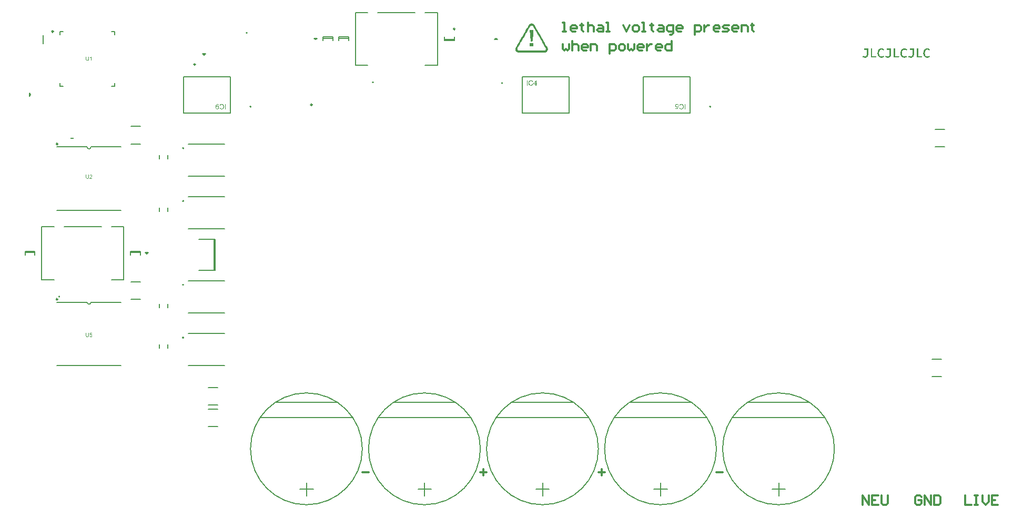
<source format=gto>
G04*
G04 #@! TF.GenerationSoftware,Altium Limited,Altium Designer,18.1.7 (191)*
G04*
G04 Layer_Color=65535*
%FSLAX44Y44*%
%MOMM*%
G71*
G01*
G75*
%ADD10C,0.2000*%
%ADD11C,0.1500*%
%ADD12C,0.2500*%
%ADD13C,0.1270*%
%ADD14C,0.3000*%
G36*
X1343246Y874903D02*
X1343724Y874766D01*
X1344339Y874629D01*
X1344955Y874356D01*
X1345570Y874014D01*
X1346185Y873536D01*
X1346253Y873467D01*
X1346390Y873331D01*
X1346595Y873126D01*
X1346732Y872921D01*
X1346800Y872852D01*
X1346868Y872716D01*
X1347142Y872305D01*
X1347210Y872169D01*
X1347415Y871895D01*
X1347757Y871280D01*
X1348167Y870460D01*
X1348509Y869982D01*
X1348851Y869366D01*
X1349192Y868751D01*
X1349602Y867999D01*
X1350081Y867179D01*
X1350559Y866359D01*
X1351106Y865402D01*
X1351721Y864377D01*
X1352336Y863283D01*
X1353020Y862121D01*
X1353772Y860822D01*
X1354524Y859455D01*
X1355344Y858020D01*
X1356232Y856516D01*
X1357121Y854944D01*
X1358146Y853235D01*
X1359172Y851458D01*
X1360265Y849544D01*
X1361427Y847562D01*
X1362589Y845443D01*
X1363888Y843324D01*
X1365187Y841001D01*
X1366554Y838608D01*
X1367989Y836148D01*
X1368057Y836079D01*
X1368126Y835943D01*
X1368262Y835669D01*
X1368399Y835327D01*
X1368604Y834507D01*
X1368741Y834029D01*
Y833482D01*
Y833413D01*
Y833140D01*
X1368672Y832730D01*
X1368604Y832252D01*
Y832183D01*
X1368536Y832047D01*
X1368467Y831841D01*
X1368399Y831500D01*
Y831431D01*
X1368331Y831295D01*
X1368194Y831089D01*
X1368057Y830748D01*
X1367989Y830679D01*
X1367852Y830474D01*
X1367647Y830133D01*
X1367305Y829791D01*
X1366895Y829381D01*
X1366349Y828971D01*
X1365733Y828560D01*
X1365050Y828287D01*
X1364982D01*
X1364776Y828219D01*
X1364503Y828150D01*
X1364161D01*
X1363888Y828082D01*
X1321305D01*
X1320895Y828150D01*
X1320416Y828287D01*
X1319870Y828424D01*
X1319254Y828697D01*
X1318639Y829039D01*
X1318024Y829518D01*
X1317956Y829586D01*
X1317819Y829723D01*
X1317477Y830064D01*
X1317409Y830133D01*
X1317341Y830269D01*
X1316999Y830748D01*
Y830816D01*
X1316862Y830953D01*
X1316794Y831226D01*
X1316657Y831568D01*
X1316384Y832457D01*
X1316315Y832935D01*
X1316247Y833413D01*
Y833482D01*
Y833755D01*
X1316315Y834097D01*
X1316384Y834507D01*
Y834576D01*
X1316452Y834849D01*
X1316520Y835054D01*
X1316589Y835259D01*
Y835327D01*
X1316657Y835464D01*
X1316794Y835669D01*
X1316931Y836011D01*
X1316999D01*
X1317067Y836148D01*
X1317272Y836489D01*
X1317614Y837036D01*
X1318092Y837856D01*
X1318366Y838335D01*
X1318708Y838950D01*
X1319049Y839565D01*
X1319460Y840317D01*
X1319938Y841137D01*
X1320485Y841957D01*
X1321031Y842914D01*
X1321578Y843940D01*
X1322193Y845033D01*
X1322877Y846195D01*
X1323629Y847494D01*
X1324449Y848861D01*
X1325269Y850296D01*
X1326158Y851800D01*
X1327047Y853372D01*
X1328072Y855081D01*
X1329097Y856926D01*
X1330191Y858772D01*
X1331353Y860754D01*
X1332515Y862873D01*
X1333813Y864992D01*
X1335112Y867316D01*
X1336479Y869708D01*
X1337914Y872169D01*
Y872237D01*
X1338051Y872374D01*
X1338324Y872784D01*
X1338871Y873399D01*
X1339486Y873946D01*
X1339623Y874014D01*
X1339897Y874219D01*
X1339965Y874288D01*
X1340102Y874356D01*
X1340375Y874493D01*
X1340717Y874629D01*
X1341537Y874834D01*
X1342015Y874971D01*
X1342836D01*
X1343246Y874903D01*
D02*
G37*
G36*
X1979838Y834694D02*
X1980180Y834670D01*
X1980546Y834621D01*
X1980937Y834572D01*
X1981327Y834475D01*
X1981718Y834353D01*
X1981767Y834328D01*
X1981889Y834279D01*
X1982084Y834182D01*
X1982353Y834060D01*
X1982646Y833889D01*
X1982987Y833694D01*
X1983353Y833425D01*
X1983719Y833132D01*
X1982450Y831643D01*
X1982426Y831668D01*
X1982377Y831692D01*
X1982304Y831741D01*
X1982206Y831814D01*
X1982084Y831887D01*
X1981938Y831961D01*
X1981572Y832156D01*
X1981132Y832351D01*
X1980620Y832498D01*
X1980058Y832620D01*
X1979472Y832669D01*
X1979277D01*
X1979082Y832644D01*
X1978813Y832595D01*
X1978496Y832546D01*
X1978154Y832449D01*
X1977812Y832302D01*
X1977471Y832132D01*
X1977422Y832107D01*
X1977324Y832034D01*
X1977178Y831912D01*
X1976983Y831717D01*
X1976763Y831472D01*
X1976519Y831180D01*
X1976299Y830813D01*
X1976079Y830398D01*
Y830374D01*
X1976055Y830350D01*
X1976031Y830276D01*
X1976006Y830179D01*
X1975957Y830057D01*
X1975909Y829910D01*
X1975835Y829544D01*
X1975738Y829105D01*
X1975640Y828568D01*
X1975591Y827933D01*
X1975567Y827225D01*
Y827201D01*
Y827152D01*
Y827030D01*
Y826908D01*
X1975591Y826737D01*
Y826542D01*
X1975640Y826102D01*
X1975689Y825614D01*
X1975786Y825077D01*
X1975909Y824565D01*
X1976079Y824076D01*
Y824052D01*
X1976104Y824027D01*
X1976177Y823881D01*
X1976299Y823661D01*
X1976445Y823417D01*
X1976641Y823124D01*
X1976885Y822831D01*
X1977153Y822563D01*
X1977446Y822343D01*
X1977495Y822319D01*
X1977593Y822270D01*
X1977788Y822172D01*
X1978008Y822099D01*
X1978301Y822002D01*
X1978642Y821904D01*
X1979033Y821855D01*
X1979448Y821831D01*
X1979619D01*
X1979814Y821855D01*
X1980058Y821880D01*
X1980327Y821904D01*
X1980620Y821953D01*
X1980912Y822026D01*
X1981181Y822124D01*
X1981205Y822148D01*
X1981303Y822172D01*
X1981449Y822246D01*
X1981645Y822343D01*
X1981889Y822465D01*
X1982157Y822612D01*
X1982450Y822807D01*
X1982743Y823002D01*
X1983915Y821513D01*
X1983866Y821464D01*
X1983768Y821367D01*
X1983598Y821220D01*
X1983353Y821025D01*
X1983085Y820806D01*
X1982743Y820586D01*
X1982377Y820390D01*
X1981987Y820195D01*
X1981938Y820171D01*
X1981791Y820122D01*
X1981572Y820049D01*
X1981254Y819976D01*
X1980864Y819902D01*
X1980424Y819829D01*
X1979936Y819780D01*
X1979399Y819756D01*
X1979228D01*
X1979082Y819780D01*
X1978935D01*
X1978740Y819805D01*
X1978301Y819854D01*
X1977788Y819976D01*
X1977251Y820122D01*
X1976690Y820317D01*
X1976128Y820610D01*
X1976104D01*
X1976055Y820659D01*
X1975982Y820708D01*
X1975884Y820781D01*
X1975640Y820976D01*
X1975298Y821269D01*
X1974932Y821611D01*
X1974566Y822075D01*
X1974200Y822587D01*
X1973858Y823173D01*
Y823198D01*
X1973834Y823246D01*
X1973785Y823344D01*
X1973736Y823466D01*
X1973663Y823637D01*
X1973590Y823832D01*
X1973516Y824076D01*
X1973443Y824320D01*
X1973370Y824613D01*
X1973297Y824906D01*
X1973150Y825614D01*
X1973053Y826371D01*
X1973028Y827225D01*
Y827250D01*
Y827323D01*
Y827445D01*
X1973053Y827616D01*
Y827811D01*
X1973077Y828055D01*
X1973101Y828324D01*
X1973126Y828616D01*
X1973224Y829251D01*
X1973370Y829910D01*
X1973590Y830594D01*
X1973858Y831253D01*
Y831277D01*
X1973907Y831326D01*
X1973956Y831424D01*
X1974005Y831546D01*
X1974102Y831668D01*
X1974200Y831839D01*
X1974468Y832229D01*
X1974786Y832644D01*
X1975176Y833059D01*
X1975640Y833474D01*
X1976153Y833840D01*
X1976177D01*
X1976226Y833889D01*
X1976299Y833913D01*
X1976397Y833987D01*
X1976543Y834035D01*
X1976690Y834109D01*
X1977105Y834279D01*
X1977568Y834450D01*
X1978105Y834572D01*
X1978716Y834670D01*
X1979350Y834719D01*
X1979594D01*
X1979838Y834694D01*
D02*
G37*
G36*
X1943005D02*
X1943346Y834670D01*
X1943712Y834621D01*
X1944103Y834572D01*
X1944494Y834475D01*
X1944884Y834353D01*
X1944933Y834328D01*
X1945055Y834279D01*
X1945250Y834182D01*
X1945519Y834060D01*
X1945812Y833889D01*
X1946154Y833694D01*
X1946520Y833425D01*
X1946886Y833132D01*
X1945616Y831643D01*
X1945592Y831668D01*
X1945543Y831692D01*
X1945470Y831741D01*
X1945372Y831814D01*
X1945250Y831887D01*
X1945104Y831961D01*
X1944738Y832156D01*
X1944298Y832351D01*
X1943786Y832498D01*
X1943224Y832620D01*
X1942639Y832669D01*
X1942443D01*
X1942248Y832644D01*
X1941980Y832595D01*
X1941662Y832546D01*
X1941320Y832449D01*
X1940979Y832302D01*
X1940637Y832132D01*
X1940588Y832107D01*
X1940491Y832034D01*
X1940344Y831912D01*
X1940149Y831717D01*
X1939929Y831472D01*
X1939685Y831180D01*
X1939465Y830813D01*
X1939246Y830398D01*
Y830374D01*
X1939221Y830350D01*
X1939197Y830276D01*
X1939172Y830179D01*
X1939124Y830057D01*
X1939075Y829910D01*
X1939001Y829544D01*
X1938904Y829105D01*
X1938806Y828568D01*
X1938757Y827933D01*
X1938733Y827225D01*
Y827201D01*
Y827152D01*
Y827030D01*
Y826908D01*
X1938757Y826737D01*
Y826542D01*
X1938806Y826102D01*
X1938855Y825614D01*
X1938953Y825077D01*
X1939075Y824565D01*
X1939246Y824076D01*
Y824052D01*
X1939270Y824027D01*
X1939343Y823881D01*
X1939465Y823661D01*
X1939612Y823417D01*
X1939807Y823124D01*
X1940051Y822831D01*
X1940320Y822563D01*
X1940612Y822343D01*
X1940661Y822319D01*
X1940759Y822270D01*
X1940954Y822172D01*
X1941174Y822099D01*
X1941467Y822002D01*
X1941809Y821904D01*
X1942199Y821855D01*
X1942614Y821831D01*
X1942785D01*
X1942980Y821855D01*
X1943224Y821880D01*
X1943493Y821904D01*
X1943786Y821953D01*
X1944079Y822026D01*
X1944347Y822124D01*
X1944372Y822148D01*
X1944469Y822172D01*
X1944616Y822246D01*
X1944811Y822343D01*
X1945055Y822465D01*
X1945323Y822612D01*
X1945616Y822807D01*
X1945909Y823002D01*
X1947081Y821513D01*
X1947032Y821464D01*
X1946935Y821367D01*
X1946764Y821220D01*
X1946520Y821025D01*
X1946251Y820806D01*
X1945909Y820586D01*
X1945543Y820390D01*
X1945153Y820195D01*
X1945104Y820171D01*
X1944957Y820122D01*
X1944738Y820049D01*
X1944420Y819976D01*
X1944030Y819902D01*
X1943591Y819829D01*
X1943102Y819780D01*
X1942565Y819756D01*
X1942394D01*
X1942248Y819780D01*
X1942101D01*
X1941906Y819805D01*
X1941467Y819854D01*
X1940954Y819976D01*
X1940417Y820122D01*
X1939856Y820317D01*
X1939294Y820610D01*
X1939270D01*
X1939221Y820659D01*
X1939148Y820708D01*
X1939050Y820781D01*
X1938806Y820976D01*
X1938465Y821269D01*
X1938098Y821611D01*
X1937732Y822075D01*
X1937366Y822587D01*
X1937024Y823173D01*
Y823198D01*
X1937000Y823246D01*
X1936951Y823344D01*
X1936902Y823466D01*
X1936829Y823637D01*
X1936756Y823832D01*
X1936683Y824076D01*
X1936609Y824320D01*
X1936536Y824613D01*
X1936463Y824906D01*
X1936317Y825614D01*
X1936219Y826371D01*
X1936194Y827225D01*
Y827250D01*
Y827323D01*
Y827445D01*
X1936219Y827616D01*
Y827811D01*
X1936243Y828055D01*
X1936268Y828324D01*
X1936292Y828616D01*
X1936390Y829251D01*
X1936536Y829910D01*
X1936756Y830594D01*
X1937024Y831253D01*
Y831277D01*
X1937073Y831326D01*
X1937122Y831424D01*
X1937171Y831546D01*
X1937268Y831668D01*
X1937366Y831839D01*
X1937635Y832229D01*
X1937952Y832644D01*
X1938342Y833059D01*
X1938806Y833474D01*
X1939319Y833840D01*
X1939343D01*
X1939392Y833889D01*
X1939465Y833913D01*
X1939563Y833987D01*
X1939709Y834035D01*
X1939856Y834109D01*
X1940271Y834279D01*
X1940735Y834450D01*
X1941272Y834572D01*
X1941882Y834670D01*
X1942516Y834719D01*
X1942761D01*
X1943005Y834694D01*
D02*
G37*
G36*
X1906171D02*
X1906513Y834670D01*
X1906879Y834621D01*
X1907269Y834572D01*
X1907660Y834475D01*
X1908050Y834353D01*
X1908099Y834328D01*
X1908221Y834279D01*
X1908416Y834182D01*
X1908685Y834060D01*
X1908978Y833889D01*
X1909320Y833694D01*
X1909686Y833425D01*
X1910052Y833132D01*
X1908783Y831643D01*
X1908758Y831668D01*
X1908709Y831692D01*
X1908636Y831741D01*
X1908539Y831814D01*
X1908416Y831887D01*
X1908270Y831961D01*
X1907904Y832156D01*
X1907465Y832351D01*
X1906952Y832498D01*
X1906391Y832620D01*
X1905805Y832669D01*
X1905609D01*
X1905414Y832644D01*
X1905146Y832595D01*
X1904828Y832546D01*
X1904487Y832449D01*
X1904145Y832302D01*
X1903803Y832132D01*
X1903754Y832107D01*
X1903657Y832034D01*
X1903510Y831912D01*
X1903315Y831717D01*
X1903095Y831472D01*
X1902851Y831180D01*
X1902632Y830813D01*
X1902412Y830398D01*
Y830374D01*
X1902387Y830350D01*
X1902363Y830276D01*
X1902339Y830179D01*
X1902290Y830057D01*
X1902241Y829910D01*
X1902168Y829544D01*
X1902070Y829105D01*
X1901972Y828568D01*
X1901924Y827933D01*
X1901899Y827225D01*
Y827201D01*
Y827152D01*
Y827030D01*
Y826908D01*
X1901924Y826737D01*
Y826542D01*
X1901972Y826102D01*
X1902021Y825614D01*
X1902119Y825077D01*
X1902241Y824565D01*
X1902412Y824076D01*
Y824052D01*
X1902436Y824027D01*
X1902509Y823881D01*
X1902632Y823661D01*
X1902778Y823417D01*
X1902973Y823124D01*
X1903217Y822831D01*
X1903486Y822563D01*
X1903779Y822343D01*
X1903828Y822319D01*
X1903925Y822270D01*
X1904120Y822172D01*
X1904340Y822099D01*
X1904633Y822002D01*
X1904975Y821904D01*
X1905365Y821855D01*
X1905780Y821831D01*
X1905951D01*
X1906147Y821855D01*
X1906391Y821880D01*
X1906659Y821904D01*
X1906952Y821953D01*
X1907245Y822026D01*
X1907513Y822124D01*
X1907538Y822148D01*
X1907635Y822172D01*
X1907782Y822246D01*
X1907977Y822343D01*
X1908221Y822465D01*
X1908490Y822612D01*
X1908783Y822807D01*
X1909076Y823002D01*
X1910247Y821513D01*
X1910198Y821464D01*
X1910101Y821367D01*
X1909930Y821220D01*
X1909686Y821025D01*
X1909417Y820806D01*
X1909076Y820586D01*
X1908709Y820390D01*
X1908319Y820195D01*
X1908270Y820171D01*
X1908124Y820122D01*
X1907904Y820049D01*
X1907587Y819976D01*
X1907196Y819902D01*
X1906757Y819829D01*
X1906268Y819780D01*
X1905732Y819756D01*
X1905561D01*
X1905414Y819780D01*
X1905268D01*
X1905072Y819805D01*
X1904633Y819854D01*
X1904120Y819976D01*
X1903584Y820122D01*
X1903022Y820317D01*
X1902461Y820610D01*
X1902436D01*
X1902387Y820659D01*
X1902314Y820708D01*
X1902216Y820781D01*
X1901972Y820976D01*
X1901631Y821269D01*
X1901265Y821611D01*
X1900898Y822075D01*
X1900532Y822587D01*
X1900191Y823173D01*
Y823198D01*
X1900166Y823246D01*
X1900117Y823344D01*
X1900069Y823466D01*
X1899995Y823637D01*
X1899922Y823832D01*
X1899849Y824076D01*
X1899776Y824320D01*
X1899702Y824613D01*
X1899629Y824906D01*
X1899483Y825614D01*
X1899385Y826371D01*
X1899361Y827225D01*
Y827250D01*
Y827323D01*
Y827445D01*
X1899385Y827616D01*
Y827811D01*
X1899409Y828055D01*
X1899434Y828324D01*
X1899458Y828616D01*
X1899556Y829251D01*
X1899702Y829910D01*
X1899922Y830594D01*
X1900191Y831253D01*
Y831277D01*
X1900239Y831326D01*
X1900288Y831424D01*
X1900337Y831546D01*
X1900435Y831668D01*
X1900532Y831839D01*
X1900801Y832229D01*
X1901118Y832644D01*
X1901509Y833059D01*
X1901972Y833474D01*
X1902485Y833840D01*
X1902509D01*
X1902558Y833889D01*
X1902632Y833913D01*
X1902729Y833987D01*
X1902876Y834035D01*
X1903022Y834109D01*
X1903437Y834279D01*
X1903901Y834450D01*
X1904438Y834572D01*
X1905048Y834670D01*
X1905683Y834719D01*
X1905927D01*
X1906171Y834694D01*
D02*
G37*
G36*
X1957943Y824931D02*
Y824906D01*
Y824857D01*
Y824784D01*
Y824687D01*
X1957919Y824418D01*
X1957870Y824101D01*
X1957821Y823686D01*
X1957724Y823271D01*
X1957601Y822807D01*
X1957431Y822368D01*
Y822343D01*
X1957406Y822319D01*
X1957333Y822172D01*
X1957211Y821953D01*
X1957040Y821684D01*
X1956796Y821391D01*
X1956503Y821074D01*
X1956161Y820757D01*
X1955746Y820464D01*
X1955722D01*
X1955697Y820439D01*
X1955624Y820390D01*
X1955551Y820366D01*
X1955283Y820244D01*
X1954941Y820122D01*
X1954526Y819976D01*
X1954013Y819878D01*
X1953427Y819780D01*
X1952793Y819756D01*
X1952598D01*
X1952378Y819780D01*
X1952085Y819805D01*
X1951768Y819829D01*
X1951402Y819902D01*
X1951011Y819976D01*
X1950620Y820073D01*
X1950572Y820098D01*
X1950450Y820146D01*
X1950254Y820220D01*
X1950010Y820342D01*
X1949693Y820488D01*
X1949375Y820683D01*
X1949034Y820903D01*
X1948668Y821172D01*
X1949668Y822734D01*
X1949717Y822709D01*
X1949839Y822636D01*
X1950010Y822563D01*
X1950254Y822441D01*
X1950498Y822319D01*
X1950791Y822197D01*
X1951060Y822075D01*
X1951328Y821977D01*
X1951353D01*
X1951450Y821953D01*
X1951597Y821928D01*
X1951768Y821880D01*
X1951987Y821855D01*
X1952231Y821806D01*
X1952744Y821782D01*
X1952866D01*
X1952964Y821806D01*
X1953183Y821831D01*
X1953476Y821880D01*
X1953818Y821977D01*
X1954135Y822124D01*
X1954477Y822343D01*
X1954770Y822612D01*
X1954794Y822661D01*
X1954892Y822758D01*
X1955014Y822953D01*
X1955136Y823222D01*
X1955283Y823564D01*
X1955380Y823979D01*
X1955478Y824467D01*
X1955502Y825004D01*
Y832449D01*
X1951304D01*
Y834450D01*
X1957943D01*
Y824931D01*
D02*
G37*
G36*
X1921109D02*
Y824906D01*
Y824857D01*
Y824784D01*
Y824687D01*
X1921085Y824418D01*
X1921036Y824101D01*
X1920987Y823686D01*
X1920890Y823271D01*
X1920768Y822807D01*
X1920597Y822368D01*
Y822343D01*
X1920572Y822319D01*
X1920499Y822172D01*
X1920377Y821953D01*
X1920206Y821684D01*
X1919962Y821391D01*
X1919669Y821074D01*
X1919328Y820757D01*
X1918913Y820464D01*
X1918888D01*
X1918864Y820439D01*
X1918790Y820390D01*
X1918717Y820366D01*
X1918449Y820244D01*
X1918107Y820122D01*
X1917692Y819976D01*
X1917180Y819878D01*
X1916594Y819780D01*
X1915959Y819756D01*
X1915764D01*
X1915544Y819780D01*
X1915251Y819805D01*
X1914934Y819829D01*
X1914568Y819902D01*
X1914177Y819976D01*
X1913787Y820073D01*
X1913738Y820098D01*
X1913616Y820146D01*
X1913421Y820220D01*
X1913176Y820342D01*
X1912859Y820488D01*
X1912542Y820683D01*
X1912200Y820903D01*
X1911834Y821172D01*
X1912835Y822734D01*
X1912883Y822709D01*
X1913006Y822636D01*
X1913176Y822563D01*
X1913421Y822441D01*
X1913665Y822319D01*
X1913958Y822197D01*
X1914226Y822075D01*
X1914494Y821977D01*
X1914519D01*
X1914617Y821953D01*
X1914763Y821928D01*
X1914934Y821880D01*
X1915154Y821855D01*
X1915398Y821806D01*
X1915910Y821782D01*
X1916032D01*
X1916130Y821806D01*
X1916350Y821831D01*
X1916642Y821880D01*
X1916984Y821977D01*
X1917302Y822124D01*
X1917643Y822343D01*
X1917936Y822612D01*
X1917961Y822661D01*
X1918058Y822758D01*
X1918180Y822953D01*
X1918302Y823222D01*
X1918449Y823564D01*
X1918546Y823979D01*
X1918644Y824467D01*
X1918669Y825004D01*
Y832449D01*
X1914470D01*
Y834450D01*
X1921109D01*
Y824931D01*
D02*
G37*
G36*
X1884276D02*
Y824906D01*
Y824857D01*
Y824784D01*
Y824687D01*
X1884251Y824418D01*
X1884202Y824101D01*
X1884154Y823686D01*
X1884056Y823271D01*
X1883934Y822807D01*
X1883763Y822368D01*
Y822343D01*
X1883739Y822319D01*
X1883665Y822172D01*
X1883543Y821953D01*
X1883372Y821684D01*
X1883128Y821391D01*
X1882836Y821074D01*
X1882494Y820757D01*
X1882079Y820464D01*
X1882054D01*
X1882030Y820439D01*
X1881957Y820390D01*
X1881884Y820366D01*
X1881615Y820244D01*
X1881273Y820122D01*
X1880858Y819976D01*
X1880346Y819878D01*
X1879760Y819780D01*
X1879125Y819756D01*
X1878930D01*
X1878710Y819780D01*
X1878417Y819805D01*
X1878100Y819829D01*
X1877734Y819902D01*
X1877343Y819976D01*
X1876953Y820073D01*
X1876904Y820098D01*
X1876782Y820146D01*
X1876587Y820220D01*
X1876343Y820342D01*
X1876025Y820488D01*
X1875708Y820683D01*
X1875366Y820903D01*
X1875000Y821172D01*
X1876001Y822734D01*
X1876050Y822709D01*
X1876172Y822636D01*
X1876343Y822563D01*
X1876587Y822441D01*
X1876831Y822319D01*
X1877124Y822197D01*
X1877392Y822075D01*
X1877661Y821977D01*
X1877685D01*
X1877783Y821953D01*
X1877929Y821928D01*
X1878100Y821880D01*
X1878320Y821855D01*
X1878564Y821806D01*
X1879076Y821782D01*
X1879198D01*
X1879296Y821806D01*
X1879516Y821831D01*
X1879809Y821880D01*
X1880150Y821977D01*
X1880468Y822124D01*
X1880809Y822343D01*
X1881102Y822612D01*
X1881127Y822661D01*
X1881225Y822758D01*
X1881346Y822953D01*
X1881469Y823222D01*
X1881615Y823564D01*
X1881713Y823979D01*
X1881810Y824467D01*
X1881835Y825004D01*
Y832449D01*
X1877636D01*
Y834450D01*
X1884276D01*
Y824931D01*
D02*
G37*
G36*
X1964631Y822124D02*
X1971002D01*
X1970758Y820000D01*
X1962190D01*
Y834450D01*
X1964631D01*
Y822124D01*
D02*
G37*
G36*
X1927798D02*
X1934168D01*
X1933924Y820000D01*
X1925357D01*
Y834450D01*
X1927798D01*
Y822124D01*
D02*
G37*
G36*
X1890964D02*
X1897335D01*
X1897091Y820000D01*
X1888523D01*
Y834450D01*
X1890964D01*
Y822124D01*
D02*
G37*
G36*
X605409Y689003D02*
X600591D01*
Y690583D01*
X605409D01*
Y689003D01*
D02*
G37*
G36*
X1341706Y783268D02*
X1341805Y783255D01*
X1341929Y783243D01*
X1342065Y783230D01*
X1342214Y783206D01*
X1342536Y783131D01*
X1342883Y783020D01*
X1343057Y782945D01*
X1343230Y782859D01*
X1343392Y782759D01*
X1343553Y782648D01*
X1343565Y782635D01*
X1343590Y782623D01*
X1343627Y782586D01*
X1343689Y782536D01*
X1343751Y782474D01*
X1343838Y782387D01*
X1343925Y782301D01*
X1344011Y782202D01*
X1344110Y782078D01*
X1344197Y781954D01*
X1344296Y781805D01*
X1344395Y781644D01*
X1344482Y781483D01*
X1344569Y781297D01*
X1344718Y780900D01*
X1343652Y780652D01*
Y780665D01*
X1343639Y780689D01*
X1343627Y780739D01*
X1343602Y780801D01*
X1343565Y780875D01*
X1343528Y780962D01*
X1343441Y781148D01*
X1343329Y781359D01*
X1343181Y781582D01*
X1343020Y781780D01*
X1342821Y781954D01*
X1342797Y781966D01*
X1342722Y782016D01*
X1342611Y782078D01*
X1342449Y782164D01*
X1342264Y782239D01*
X1342028Y782301D01*
X1341768Y782350D01*
X1341470Y782363D01*
X1341384D01*
X1341322Y782350D01*
X1341235D01*
X1341148Y782338D01*
X1340925Y782301D01*
X1340677Y782251D01*
X1340417Y782164D01*
X1340156Y782053D01*
X1339908Y781904D01*
X1339896D01*
X1339884Y781879D01*
X1339809Y781817D01*
X1339698Y781718D01*
X1339561Y781582D01*
X1339425Y781408D01*
X1339276Y781210D01*
X1339140Y780962D01*
X1339028Y780689D01*
Y780677D01*
X1339016Y780652D01*
X1339004Y780615D01*
X1338991Y780553D01*
X1338966Y780491D01*
X1338954Y780404D01*
X1338905Y780206D01*
X1338855Y779970D01*
X1338818Y779710D01*
X1338793Y779425D01*
X1338781Y779128D01*
Y779115D01*
Y779078D01*
Y779028D01*
Y778954D01*
X1338793Y778867D01*
Y778756D01*
X1338805Y778644D01*
X1338818Y778520D01*
X1338855Y778235D01*
X1338905Y777925D01*
X1338979Y777615D01*
X1339078Y777318D01*
Y777306D01*
X1339090Y777281D01*
X1339115Y777243D01*
X1339140Y777194D01*
X1339202Y777045D01*
X1339301Y776884D01*
X1339438Y776686D01*
X1339599Y776500D01*
X1339785Y776314D01*
X1340008Y776153D01*
X1340020D01*
X1340032Y776140D01*
X1340070Y776115D01*
X1340119Y776091D01*
X1340255Y776041D01*
X1340429Y775967D01*
X1340627Y775905D01*
X1340863Y775843D01*
X1341123Y775793D01*
X1341396Y775781D01*
X1341483D01*
X1341545Y775793D01*
X1341619D01*
X1341718Y775806D01*
X1341929Y775843D01*
X1342164Y775905D01*
X1342425Y776004D01*
X1342673Y776128D01*
X1342921Y776301D01*
X1342933Y776314D01*
X1342945Y776326D01*
X1343020Y776401D01*
X1343131Y776525D01*
X1343268Y776686D01*
X1343404Y776909D01*
X1343553Y777169D01*
X1343677Y777491D01*
X1343776Y777851D01*
X1344854Y777578D01*
Y777566D01*
X1344842Y777516D01*
X1344817Y777454D01*
X1344792Y777355D01*
X1344743Y777256D01*
X1344693Y777120D01*
X1344643Y776983D01*
X1344569Y776834D01*
X1344408Y776500D01*
X1344185Y776165D01*
X1343937Y775843D01*
X1343788Y775694D01*
X1343627Y775558D01*
X1343615Y775545D01*
X1343590Y775533D01*
X1343540Y775496D01*
X1343466Y775446D01*
X1343379Y775397D01*
X1343280Y775335D01*
X1343168Y775273D01*
X1343032Y775211D01*
X1342883Y775149D01*
X1342722Y775087D01*
X1342536Y775025D01*
X1342350Y774975D01*
X1341941Y774888D01*
X1341718Y774876D01*
X1341483Y774864D01*
X1341359D01*
X1341259Y774876D01*
X1341148D01*
X1341024Y774888D01*
X1340875Y774913D01*
X1340727Y774926D01*
X1340379Y775000D01*
X1340020Y775087D01*
X1339673Y775223D01*
X1339499Y775297D01*
X1339338Y775397D01*
X1339326Y775409D01*
X1339301Y775421D01*
X1339264Y775459D01*
X1339202Y775496D01*
X1339053Y775620D01*
X1338880Y775793D01*
X1338669Y776004D01*
X1338471Y776277D01*
X1338260Y776587D01*
X1338086Y776946D01*
Y776958D01*
X1338074Y776996D01*
X1338049Y777045D01*
X1338024Y777120D01*
X1337987Y777219D01*
X1337950Y777330D01*
X1337913Y777454D01*
X1337876Y777603D01*
X1337838Y777752D01*
X1337801Y777925D01*
X1337727Y778297D01*
X1337677Y778694D01*
X1337665Y779128D01*
Y779140D01*
Y779190D01*
Y779251D01*
X1337677Y779338D01*
Y779450D01*
X1337690Y779586D01*
X1337702Y779723D01*
X1337727Y779884D01*
X1337789Y780231D01*
X1337863Y780603D01*
X1337987Y780987D01*
X1338148Y781346D01*
Y781359D01*
X1338173Y781384D01*
X1338198Y781433D01*
X1338235Y781507D01*
X1338285Y781582D01*
X1338347Y781669D01*
X1338508Y781879D01*
X1338694Y782115D01*
X1338929Y782350D01*
X1339214Y782586D01*
X1339524Y782784D01*
X1339537D01*
X1339561Y782809D01*
X1339611Y782834D01*
X1339685Y782859D01*
X1339760Y782896D01*
X1339859Y782945D01*
X1339983Y782982D01*
X1340107Y783032D01*
X1340243Y783082D01*
X1340392Y783119D01*
X1340727Y783206D01*
X1341098Y783255D01*
X1341495Y783280D01*
X1341619D01*
X1341706Y783268D01*
D02*
G37*
G36*
X1349973Y777863D02*
X1351077D01*
Y776946D01*
X1349973D01*
Y775000D01*
X1348969D01*
Y776946D01*
X1345437D01*
Y777863D01*
X1349155Y783131D01*
X1349973D01*
Y777863D01*
D02*
G37*
G36*
X1336078Y775000D02*
X1335000D01*
Y783144D01*
X1336078D01*
Y775000D01*
D02*
G37*
G36*
X1576812Y745124D02*
X1576898Y745112D01*
X1577010Y745099D01*
X1577134Y745087D01*
X1577270Y745062D01*
X1577555Y744988D01*
X1577853Y744876D01*
X1578001Y744802D01*
X1578150Y744715D01*
X1578299Y744628D01*
X1578435Y744517D01*
X1578448Y744504D01*
X1578460Y744492D01*
X1578497Y744455D01*
X1578547Y744405D01*
X1578596Y744343D01*
X1578658Y744269D01*
X1578720Y744182D01*
X1578795Y744083D01*
X1578931Y743847D01*
X1579067Y743562D01*
X1579167Y743240D01*
X1579204Y743054D01*
X1579229Y742868D01*
X1578175Y742794D01*
Y742806D01*
Y742831D01*
X1578163Y742868D01*
X1578150Y742918D01*
X1578113Y743054D01*
X1578063Y743227D01*
X1578001Y743413D01*
X1577902Y743599D01*
X1577791Y743785D01*
X1577642Y743946D01*
X1577617Y743959D01*
X1577568Y744008D01*
X1577481Y744058D01*
X1577357Y744132D01*
X1577208Y744194D01*
X1577035Y744256D01*
X1576836Y744306D01*
X1576626Y744318D01*
X1576551D01*
X1576502Y744306D01*
X1576365Y744294D01*
X1576192Y744256D01*
X1576006Y744182D01*
X1575795Y744095D01*
X1575597Y743959D01*
X1575498Y743885D01*
X1575398Y743785D01*
Y743773D01*
X1575374Y743761D01*
X1575324Y743686D01*
X1575237Y743562D01*
X1575150Y743401D01*
X1575064Y743190D01*
X1574977Y742942D01*
X1574927Y742657D01*
X1574903Y742335D01*
Y742323D01*
Y742298D01*
Y742248D01*
X1574915Y742199D01*
Y742124D01*
X1574927Y742038D01*
X1574965Y741839D01*
X1575014Y741628D01*
X1575101Y741405D01*
X1575225Y741182D01*
X1575386Y740984D01*
X1575411Y740959D01*
X1575473Y740910D01*
X1575572Y740823D01*
X1575721Y740736D01*
X1575894Y740649D01*
X1576117Y740563D01*
X1576365Y740513D01*
X1576638Y740488D01*
X1576725D01*
X1576812Y740501D01*
X1576935Y740513D01*
X1577072Y740550D01*
X1577220Y740587D01*
X1577369Y740649D01*
X1577518Y740724D01*
X1577530Y740736D01*
X1577580Y740761D01*
X1577654Y740810D01*
X1577741Y740872D01*
X1577828Y740959D01*
X1577927Y741058D01*
X1578026Y741170D01*
X1578113Y741294D01*
X1579055Y741158D01*
X1578262Y736980D01*
X1574221D01*
Y737935D01*
X1577468D01*
X1577915Y740129D01*
X1577902Y740116D01*
X1577878Y740104D01*
X1577840Y740079D01*
X1577791Y740042D01*
X1577716Y740005D01*
X1577642Y739968D01*
X1577444Y739868D01*
X1577220Y739769D01*
X1576960Y739695D01*
X1576675Y739633D01*
X1576378Y739608D01*
X1576279D01*
X1576204Y739621D01*
X1576105Y739633D01*
X1576006Y739645D01*
X1575882Y739670D01*
X1575758Y739695D01*
X1575473Y739794D01*
X1575324Y739844D01*
X1575175Y739918D01*
X1575014Y740005D01*
X1574866Y740104D01*
X1574717Y740216D01*
X1574580Y740352D01*
X1574568Y740364D01*
X1574543Y740389D01*
X1574506Y740426D01*
X1574469Y740488D01*
X1574407Y740563D01*
X1574345Y740649D01*
X1574283Y740749D01*
X1574209Y740860D01*
X1574134Y740996D01*
X1574072Y741133D01*
X1574010Y741294D01*
X1573948Y741455D01*
X1573911Y741641D01*
X1573874Y741827D01*
X1573849Y742038D01*
X1573837Y742248D01*
Y742261D01*
Y742298D01*
Y742360D01*
X1573849Y742434D01*
X1573861Y742533D01*
X1573874Y742645D01*
X1573886Y742769D01*
X1573911Y742905D01*
X1573998Y743203D01*
X1574109Y743513D01*
X1574184Y743686D01*
X1574270Y743847D01*
X1574370Y744008D01*
X1574481Y744157D01*
X1574494Y744170D01*
X1574518Y744194D01*
X1574568Y744244D01*
X1574630Y744306D01*
X1574704Y744380D01*
X1574803Y744467D01*
X1574915Y744554D01*
X1575051Y744641D01*
X1575188Y744740D01*
X1575349Y744827D01*
X1575535Y744913D01*
X1575721Y744988D01*
X1575931Y745050D01*
X1576142Y745099D01*
X1576378Y745124D01*
X1576626Y745136D01*
X1576737D01*
X1576812Y745124D01*
D02*
G37*
G36*
X1583740D02*
X1583852D01*
X1583976Y745112D01*
X1584125Y745087D01*
X1584273Y745074D01*
X1584621Y745000D01*
X1584980Y744913D01*
X1585327Y744777D01*
X1585500Y744703D01*
X1585662Y744603D01*
X1585674Y744591D01*
X1585699Y744579D01*
X1585736Y744541D01*
X1585798Y744504D01*
X1585947Y744380D01*
X1586120Y744207D01*
X1586331Y743996D01*
X1586529Y743723D01*
X1586740Y743413D01*
X1586914Y743054D01*
Y743042D01*
X1586926Y743004D01*
X1586951Y742955D01*
X1586976Y742880D01*
X1587013Y742781D01*
X1587050Y742670D01*
X1587087Y742546D01*
X1587124Y742397D01*
X1587162Y742248D01*
X1587199Y742075D01*
X1587273Y741703D01*
X1587323Y741306D01*
X1587335Y740872D01*
Y740860D01*
Y740810D01*
Y740749D01*
X1587323Y740662D01*
Y740550D01*
X1587310Y740414D01*
X1587298Y740277D01*
X1587273Y740116D01*
X1587211Y739769D01*
X1587137Y739397D01*
X1587013Y739013D01*
X1586852Y738654D01*
Y738641D01*
X1586827Y738616D01*
X1586802Y738567D01*
X1586765Y738493D01*
X1586715Y738418D01*
X1586653Y738331D01*
X1586492Y738121D01*
X1586306Y737885D01*
X1586071Y737650D01*
X1585786Y737414D01*
X1585476Y737216D01*
X1585463D01*
X1585439Y737191D01*
X1585389Y737166D01*
X1585315Y737141D01*
X1585240Y737104D01*
X1585141Y737055D01*
X1585017Y737018D01*
X1584893Y736968D01*
X1584757Y736918D01*
X1584608Y736881D01*
X1584273Y736794D01*
X1583902Y736745D01*
X1583505Y736720D01*
X1583381D01*
X1583294Y736732D01*
X1583195Y736745D01*
X1583071Y736757D01*
X1582935Y736770D01*
X1582786Y736794D01*
X1582464Y736869D01*
X1582117Y736980D01*
X1581943Y737055D01*
X1581770Y737141D01*
X1581608Y737241D01*
X1581447Y737352D01*
X1581435Y737365D01*
X1581410Y737377D01*
X1581373Y737414D01*
X1581311Y737464D01*
X1581249Y737526D01*
X1581162Y737613D01*
X1581075Y737699D01*
X1580989Y737798D01*
X1580889Y737922D01*
X1580803Y738046D01*
X1580704Y738195D01*
X1580604Y738356D01*
X1580518Y738517D01*
X1580431Y738703D01*
X1580282Y739100D01*
X1581348Y739348D01*
Y739335D01*
X1581360Y739311D01*
X1581373Y739261D01*
X1581398Y739199D01*
X1581435Y739125D01*
X1581472Y739038D01*
X1581559Y738852D01*
X1581670Y738641D01*
X1581819Y738418D01*
X1581980Y738220D01*
X1582179Y738046D01*
X1582203Y738034D01*
X1582278Y737984D01*
X1582389Y737922D01*
X1582551Y737836D01*
X1582736Y737761D01*
X1582972Y737699D01*
X1583232Y737650D01*
X1583530Y737637D01*
X1583616D01*
X1583678Y737650D01*
X1583765D01*
X1583852Y737662D01*
X1584075Y737699D01*
X1584323Y737749D01*
X1584583Y737836D01*
X1584844Y737947D01*
X1585092Y738096D01*
X1585104D01*
X1585116Y738121D01*
X1585191Y738183D01*
X1585302Y738282D01*
X1585439Y738418D01*
X1585575Y738592D01*
X1585724Y738790D01*
X1585860Y739038D01*
X1585972Y739311D01*
Y739323D01*
X1585984Y739348D01*
X1585996Y739385D01*
X1586009Y739447D01*
X1586033Y739509D01*
X1586046Y739596D01*
X1586095Y739794D01*
X1586145Y740030D01*
X1586182Y740290D01*
X1586207Y740575D01*
X1586219Y740872D01*
Y740885D01*
Y740922D01*
Y740972D01*
Y741046D01*
X1586207Y741133D01*
Y741244D01*
X1586195Y741356D01*
X1586182Y741480D01*
X1586145Y741765D01*
X1586095Y742075D01*
X1586021Y742385D01*
X1585922Y742682D01*
Y742694D01*
X1585910Y742719D01*
X1585885Y742757D01*
X1585860Y742806D01*
X1585798Y742955D01*
X1585699Y743116D01*
X1585562Y743314D01*
X1585401Y743500D01*
X1585215Y743686D01*
X1584992Y743847D01*
X1584980D01*
X1584967Y743860D01*
X1584930Y743885D01*
X1584881Y743909D01*
X1584744Y743959D01*
X1584571Y744033D01*
X1584373Y744095D01*
X1584137Y744157D01*
X1583877Y744207D01*
X1583604Y744219D01*
X1583517D01*
X1583455Y744207D01*
X1583381D01*
X1583282Y744194D01*
X1583071Y744157D01*
X1582836Y744095D01*
X1582575Y743996D01*
X1582327Y743872D01*
X1582079Y743699D01*
X1582067Y743686D01*
X1582055Y743674D01*
X1581980Y743599D01*
X1581869Y743475D01*
X1581732Y743314D01*
X1581596Y743091D01*
X1581447Y742831D01*
X1581323Y742509D01*
X1581224Y742149D01*
X1580146Y742422D01*
Y742434D01*
X1580158Y742484D01*
X1580183Y742546D01*
X1580208Y742645D01*
X1580257Y742744D01*
X1580307Y742880D01*
X1580356Y743017D01*
X1580431Y743166D01*
X1580592Y743500D01*
X1580815Y743835D01*
X1581063Y744157D01*
X1581212Y744306D01*
X1581373Y744442D01*
X1581385Y744455D01*
X1581410Y744467D01*
X1581460Y744504D01*
X1581534Y744554D01*
X1581621Y744603D01*
X1581720Y744665D01*
X1581832Y744727D01*
X1581968Y744789D01*
X1582117Y744851D01*
X1582278Y744913D01*
X1582464Y744975D01*
X1582650Y745025D01*
X1583059Y745112D01*
X1583282Y745124D01*
X1583517Y745136D01*
X1583641D01*
X1583740Y745124D01*
D02*
G37*
G36*
X1590000Y736856D02*
X1588922D01*
Y745000D01*
X1590000D01*
Y736856D01*
D02*
G37*
G36*
X836960Y745124D02*
X837035D01*
X837134Y745112D01*
X837357Y745074D01*
X837605Y745012D01*
X837865Y744913D01*
X838113Y744789D01*
X838361Y744616D01*
X838373Y744603D01*
X838386Y744591D01*
X838460Y744517D01*
X838559Y744393D01*
X838683Y744231D01*
X838807Y744021D01*
X838919Y743761D01*
X839018Y743463D01*
X839080Y743116D01*
X838125Y743042D01*
Y743054D01*
Y743066D01*
X838113Y743104D01*
X838101Y743153D01*
X838076Y743277D01*
X838026Y743413D01*
X837964Y743575D01*
X837890Y743736D01*
X837791Y743897D01*
X837667Y744021D01*
X837654Y744033D01*
X837605Y744070D01*
X837531Y744120D01*
X837419Y744170D01*
X837295Y744219D01*
X837146Y744269D01*
X836973Y744306D01*
X836774Y744318D01*
X836700D01*
X836613Y744306D01*
X836502Y744294D01*
X836378Y744269D01*
X836241Y744231D01*
X836105Y744182D01*
X835969Y744108D01*
X835956Y744095D01*
X835907Y744070D01*
X835845Y744021D01*
X835770Y743959D01*
X835671Y743885D01*
X835584Y743785D01*
X835485Y743674D01*
X835398Y743550D01*
X835386Y743537D01*
X835361Y743488D01*
X835324Y743401D01*
X835262Y743289D01*
X835213Y743153D01*
X835151Y742992D01*
X835089Y742806D01*
X835027Y742595D01*
Y742583D01*
X835014Y742571D01*
Y742533D01*
X835002Y742496D01*
X834977Y742372D01*
X834952Y742211D01*
X834928Y742025D01*
X834903Y741827D01*
X834878Y741604D01*
Y741368D01*
Y741356D01*
Y741319D01*
Y741257D01*
Y741170D01*
X834890Y741195D01*
X834940Y741244D01*
X835002Y741343D01*
X835101Y741443D01*
X835213Y741567D01*
X835361Y741703D01*
X835522Y741827D01*
X835708Y741951D01*
X835733Y741963D01*
X835795Y742000D01*
X835907Y742038D01*
X836043Y742087D01*
X836204Y742149D01*
X836390Y742186D01*
X836601Y742224D01*
X836824Y742236D01*
X836923D01*
X836998Y742224D01*
X837084Y742211D01*
X837183Y742199D01*
X837419Y742149D01*
X837692Y742062D01*
X837828Y742000D01*
X837977Y741926D01*
X838113Y741839D01*
X838262Y741740D01*
X838398Y741628D01*
X838534Y741505D01*
X838547Y741492D01*
X838559Y741467D01*
X838596Y741430D01*
X838646Y741368D01*
X838696Y741294D01*
X838758Y741207D01*
X838820Y741108D01*
X838882Y740984D01*
X838943Y740860D01*
X839006Y740711D01*
X839068Y740550D01*
X839117Y740377D01*
X839167Y740191D01*
X839204Y740005D01*
X839216Y739794D01*
X839229Y739571D01*
Y739558D01*
Y739521D01*
Y739447D01*
X839216Y739360D01*
X839204Y739261D01*
X839191Y739137D01*
X839167Y739001D01*
X839142Y738852D01*
X839055Y738542D01*
X838993Y738369D01*
X838919Y738207D01*
X838844Y738034D01*
X838745Y737873D01*
X838634Y737724D01*
X838510Y737575D01*
X838497Y737563D01*
X838473Y737538D01*
X838435Y737501D01*
X838373Y737451D01*
X838311Y737402D01*
X838225Y737340D01*
X838125Y737265D01*
X838001Y737191D01*
X837878Y737129D01*
X837741Y737055D01*
X837431Y736931D01*
X837258Y736894D01*
X837072Y736856D01*
X836873Y736832D01*
X836675Y736819D01*
X836601D01*
X836539Y736832D01*
X836477D01*
X836390Y736844D01*
X836192Y736869D01*
X835969Y736931D01*
X835733Y737005D01*
X835473Y737104D01*
X835225Y737253D01*
X835213D01*
X835200Y737278D01*
X835163Y737303D01*
X835113Y737327D01*
X835002Y737427D01*
X834853Y737563D01*
X834692Y737749D01*
X834518Y737947D01*
X834357Y738195D01*
X834221Y738480D01*
Y738493D01*
X834209Y738517D01*
X834184Y738567D01*
X834171Y738629D01*
X834134Y738703D01*
X834109Y738802D01*
X834085Y738926D01*
X834047Y739063D01*
X834010Y739212D01*
X833985Y739385D01*
X833948Y739571D01*
X833923Y739769D01*
X833911Y739992D01*
X833886Y740228D01*
X833874Y740488D01*
Y740761D01*
Y740773D01*
Y740835D01*
Y740910D01*
Y741021D01*
X833886Y741145D01*
Y741306D01*
X833899Y741467D01*
X833911Y741653D01*
X833961Y742050D01*
X834023Y742471D01*
X834109Y742880D01*
X834159Y743066D01*
X834221Y743252D01*
Y743265D01*
X834233Y743289D01*
X834258Y743339D01*
X834283Y743401D01*
X834320Y743488D01*
X834357Y743575D01*
X834469Y743773D01*
X834618Y744008D01*
X834791Y744244D01*
X834989Y744467D01*
X835225Y744665D01*
X835237D01*
X835250Y744690D01*
X835287Y744703D01*
X835349Y744740D01*
X835411Y744777D01*
X835485Y744814D01*
X835671Y744901D01*
X835907Y744988D01*
X836167Y745062D01*
X836477Y745112D01*
X836799Y745136D01*
X836886D01*
X836960Y745124D01*
D02*
G37*
G36*
X843740D02*
X843852D01*
X843976Y745112D01*
X844125Y745087D01*
X844273Y745074D01*
X844621Y745000D01*
X844980Y744913D01*
X845327Y744777D01*
X845501Y744703D01*
X845662Y744603D01*
X845674Y744591D01*
X845699Y744579D01*
X845736Y744541D01*
X845798Y744504D01*
X845947Y744380D01*
X846120Y744207D01*
X846331Y743996D01*
X846529Y743723D01*
X846740Y743413D01*
X846914Y743054D01*
Y743042D01*
X846926Y743004D01*
X846951Y742955D01*
X846976Y742880D01*
X847013Y742781D01*
X847050Y742670D01*
X847087Y742546D01*
X847124Y742397D01*
X847161Y742248D01*
X847199Y742075D01*
X847273Y741703D01*
X847323Y741306D01*
X847335Y740872D01*
Y740860D01*
Y740810D01*
Y740749D01*
X847323Y740662D01*
Y740550D01*
X847310Y740414D01*
X847298Y740277D01*
X847273Y740116D01*
X847211Y739769D01*
X847137Y739397D01*
X847013Y739013D01*
X846852Y738654D01*
Y738641D01*
X846827Y738616D01*
X846802Y738567D01*
X846765Y738493D01*
X846715Y738418D01*
X846653Y738331D01*
X846492Y738121D01*
X846306Y737885D01*
X846071Y737650D01*
X845786Y737414D01*
X845476Y737216D01*
X845463D01*
X845439Y737191D01*
X845389Y737166D01*
X845315Y737141D01*
X845240Y737104D01*
X845141Y737055D01*
X845017Y737018D01*
X844893Y736968D01*
X844757Y736918D01*
X844608Y736881D01*
X844273Y736794D01*
X843902Y736745D01*
X843505Y736720D01*
X843381D01*
X843294Y736732D01*
X843195Y736745D01*
X843071Y736757D01*
X842935Y736770D01*
X842786Y736794D01*
X842464Y736869D01*
X842117Y736980D01*
X841943Y737055D01*
X841770Y737141D01*
X841609Y737241D01*
X841447Y737352D01*
X841435Y737365D01*
X841410Y737377D01*
X841373Y737414D01*
X841311Y737464D01*
X841249Y737526D01*
X841162Y737613D01*
X841076Y737699D01*
X840989Y737798D01*
X840890Y737922D01*
X840803Y738046D01*
X840704Y738195D01*
X840604Y738356D01*
X840518Y738517D01*
X840431Y738703D01*
X840282Y739100D01*
X841348Y739348D01*
Y739335D01*
X841361Y739311D01*
X841373Y739261D01*
X841398Y739199D01*
X841435Y739125D01*
X841472Y739038D01*
X841559Y738852D01*
X841671Y738641D01*
X841819Y738418D01*
X841980Y738220D01*
X842179Y738046D01*
X842203Y738034D01*
X842278Y737984D01*
X842389Y737922D01*
X842551Y737836D01*
X842736Y737761D01*
X842972Y737699D01*
X843232Y737650D01*
X843530Y737637D01*
X843616D01*
X843679Y737650D01*
X843765D01*
X843852Y737662D01*
X844075Y737699D01*
X844323Y737749D01*
X844583Y737836D01*
X844844Y737947D01*
X845091Y738096D01*
X845104D01*
X845116Y738121D01*
X845191Y738183D01*
X845302Y738282D01*
X845439Y738418D01*
X845575Y738592D01*
X845724Y738790D01*
X845860Y739038D01*
X845972Y739311D01*
Y739323D01*
X845984Y739348D01*
X845996Y739385D01*
X846009Y739447D01*
X846034Y739509D01*
X846046Y739596D01*
X846096Y739794D01*
X846145Y740030D01*
X846182Y740290D01*
X846207Y740575D01*
X846219Y740872D01*
Y740885D01*
Y740922D01*
Y740972D01*
Y741046D01*
X846207Y741133D01*
Y741244D01*
X846195Y741356D01*
X846182Y741480D01*
X846145Y741765D01*
X846096Y742075D01*
X846021Y742385D01*
X845922Y742682D01*
Y742694D01*
X845910Y742719D01*
X845885Y742757D01*
X845860Y742806D01*
X845798Y742955D01*
X845699Y743116D01*
X845563Y743314D01*
X845401Y743500D01*
X845216Y743686D01*
X844992Y743847D01*
X844980D01*
X844968Y743860D01*
X844930Y743885D01*
X844881Y743909D01*
X844744Y743959D01*
X844571Y744033D01*
X844373Y744095D01*
X844137Y744157D01*
X843877Y744207D01*
X843604Y744219D01*
X843517D01*
X843455Y744207D01*
X843381D01*
X843282Y744194D01*
X843071Y744157D01*
X842836Y744095D01*
X842575Y743996D01*
X842327Y743872D01*
X842079Y743699D01*
X842067Y743686D01*
X842055Y743674D01*
X841980Y743599D01*
X841869Y743475D01*
X841732Y743314D01*
X841596Y743091D01*
X841447Y742831D01*
X841323Y742509D01*
X841224Y742149D01*
X840146Y742422D01*
Y742434D01*
X840158Y742484D01*
X840183Y742546D01*
X840208Y742645D01*
X840257Y742744D01*
X840307Y742880D01*
X840357Y743017D01*
X840431Y743166D01*
X840592Y743500D01*
X840815Y743835D01*
X841063Y744157D01*
X841212Y744306D01*
X841373Y744442D01*
X841385Y744455D01*
X841410Y744467D01*
X841460Y744504D01*
X841534Y744554D01*
X841621Y744603D01*
X841720Y744665D01*
X841832Y744727D01*
X841968Y744789D01*
X842117Y744851D01*
X842278Y744913D01*
X842464Y744975D01*
X842650Y745025D01*
X843059Y745112D01*
X843282Y745124D01*
X843517Y745136D01*
X843641D01*
X843740Y745124D01*
D02*
G37*
G36*
X850000Y736856D02*
X848922D01*
Y745000D01*
X850000D01*
Y736856D01*
D02*
G37*
G36*
X630033Y817702D02*
Y817692D01*
Y817663D01*
Y817614D01*
Y817546D01*
X630023Y817458D01*
Y817370D01*
X630013Y817263D01*
X630004Y817146D01*
X629974Y816902D01*
X629935Y816648D01*
X629887Y816395D01*
X629809Y816170D01*
Y816161D01*
X629799Y816141D01*
X629789Y816112D01*
X629770Y816073D01*
X629711Y815975D01*
X629633Y815839D01*
X629526Y815693D01*
X629389Y815536D01*
X629213Y815390D01*
X629019Y815244D01*
X629009D01*
X628989Y815224D01*
X628960Y815215D01*
X628911Y815185D01*
X628862Y815166D01*
X628794Y815136D01*
X628706Y815098D01*
X628619Y815068D01*
X628521Y815039D01*
X628404Y815000D01*
X628287Y814971D01*
X628150Y814951D01*
X627858Y814912D01*
X627526Y814893D01*
X627438D01*
X627380Y814902D01*
X627302D01*
X627214Y814912D01*
X627117Y814922D01*
X627009Y814932D01*
X626775Y814971D01*
X626531Y815020D01*
X626278Y815098D01*
X626053Y815195D01*
X626044D01*
X626024Y815215D01*
X626005Y815224D01*
X625966Y815254D01*
X625858Y815322D01*
X625741Y815429D01*
X625605Y815556D01*
X625478Y815702D01*
X625351Y815888D01*
X625244Y816092D01*
Y816102D01*
X625234Y816122D01*
X625224Y816151D01*
X625205Y816200D01*
X625185Y816258D01*
X625166Y816336D01*
X625146Y816424D01*
X625127Y816522D01*
X625098Y816629D01*
X625078Y816746D01*
X625059Y816882D01*
X625039Y817019D01*
X625019Y817175D01*
X625010Y817341D01*
X625000Y817516D01*
Y817702D01*
Y821408D01*
X625849D01*
Y817702D01*
Y817692D01*
Y817663D01*
Y817624D01*
Y817565D01*
Y817497D01*
X625858Y817419D01*
X625868Y817234D01*
X625888Y817038D01*
X625907Y816834D01*
X625946Y816639D01*
X625966Y816551D01*
X625995Y816473D01*
X626005Y816453D01*
X626024Y816404D01*
X626063Y816336D01*
X626122Y816248D01*
X626190Y816151D01*
X626287Y816044D01*
X626395Y815946D01*
X626531Y815858D01*
X626551Y815849D01*
X626600Y815829D01*
X626678Y815790D01*
X626785Y815761D01*
X626922Y815722D01*
X627077Y815683D01*
X627253Y815663D01*
X627448Y815654D01*
X627536D01*
X627604Y815663D01*
X627682D01*
X627770Y815673D01*
X627965Y815702D01*
X628189Y815761D01*
X628404Y815829D01*
X628609Y815936D01*
X628706Y815995D01*
X628784Y816073D01*
Y816083D01*
X628804Y816092D01*
X628823Y816122D01*
X628843Y816161D01*
X628882Y816209D01*
X628911Y816268D01*
X628950Y816346D01*
X628989Y816434D01*
X629019Y816541D01*
X629058Y816658D01*
X629096Y816785D01*
X629126Y816941D01*
X629145Y817107D01*
X629165Y817282D01*
X629184Y817487D01*
Y817702D01*
Y821408D01*
X630033D01*
Y817702D01*
D02*
G37*
G36*
X634090Y815000D02*
X633300D01*
Y820013D01*
X633291Y820004D01*
X633251Y819965D01*
X633183Y819916D01*
X633096Y819847D01*
X632988Y819760D01*
X632861Y819672D01*
X632715Y819565D01*
X632549Y819467D01*
X632539D01*
X632530Y819457D01*
X632471Y819418D01*
X632383Y819370D01*
X632276Y819311D01*
X632149Y819243D01*
X632013Y819184D01*
X631866Y819116D01*
X631730Y819057D01*
Y819828D01*
X631740D01*
X631759Y819838D01*
X631798Y819857D01*
X631837Y819886D01*
X631896Y819916D01*
X631964Y819945D01*
X632120Y820033D01*
X632296Y820140D01*
X632491Y820267D01*
X632686Y820413D01*
X632871Y820569D01*
X632881Y820579D01*
X632891Y820589D01*
X632949Y820647D01*
X633037Y820735D01*
X633144Y820842D01*
X633261Y820979D01*
X633378Y821125D01*
X633486Y821281D01*
X633573Y821437D01*
X634090D01*
Y815000D01*
D02*
G37*
G36*
X630033Y627702D02*
Y627692D01*
Y627663D01*
Y627614D01*
Y627546D01*
X630023Y627458D01*
Y627370D01*
X630013Y627263D01*
X630004Y627146D01*
X629974Y626902D01*
X629935Y626648D01*
X629887Y626395D01*
X629809Y626170D01*
Y626161D01*
X629799Y626141D01*
X629789Y626112D01*
X629770Y626073D01*
X629711Y625975D01*
X629633Y625839D01*
X629526Y625692D01*
X629389Y625536D01*
X629213Y625390D01*
X629019Y625244D01*
X629009D01*
X628989Y625224D01*
X628960Y625215D01*
X628911Y625185D01*
X628862Y625166D01*
X628794Y625136D01*
X628706Y625098D01*
X628619Y625068D01*
X628521Y625039D01*
X628404Y625000D01*
X628287Y624971D01*
X628150Y624951D01*
X627858Y624912D01*
X627526Y624893D01*
X627438D01*
X627380Y624902D01*
X627302D01*
X627214Y624912D01*
X627117Y624922D01*
X627009Y624932D01*
X626775Y624971D01*
X626531Y625019D01*
X626278Y625098D01*
X626053Y625195D01*
X626044D01*
X626024Y625215D01*
X626005Y625224D01*
X625966Y625254D01*
X625858Y625322D01*
X625741Y625429D01*
X625605Y625556D01*
X625478Y625702D01*
X625351Y625888D01*
X625244Y626092D01*
Y626102D01*
X625234Y626122D01*
X625224Y626151D01*
X625205Y626200D01*
X625185Y626258D01*
X625166Y626336D01*
X625146Y626424D01*
X625127Y626522D01*
X625098Y626629D01*
X625078Y626746D01*
X625059Y626882D01*
X625039Y627019D01*
X625019Y627175D01*
X625010Y627341D01*
X625000Y627516D01*
Y627702D01*
Y631408D01*
X625849D01*
Y627702D01*
Y627692D01*
Y627663D01*
Y627624D01*
Y627565D01*
Y627497D01*
X625858Y627419D01*
X625868Y627234D01*
X625888Y627038D01*
X625907Y626834D01*
X625946Y626639D01*
X625966Y626551D01*
X625995Y626473D01*
X626005Y626453D01*
X626024Y626404D01*
X626063Y626336D01*
X626122Y626249D01*
X626190Y626151D01*
X626287Y626044D01*
X626395Y625946D01*
X626531Y625858D01*
X626551Y625849D01*
X626600Y625829D01*
X626678Y625790D01*
X626785Y625761D01*
X626922Y625722D01*
X627077Y625683D01*
X627253Y625663D01*
X627448Y625653D01*
X627536D01*
X627604Y625663D01*
X627682D01*
X627770Y625673D01*
X627965Y625702D01*
X628189Y625761D01*
X628404Y625829D01*
X628609Y625936D01*
X628706Y625995D01*
X628784Y626073D01*
Y626083D01*
X628804Y626092D01*
X628823Y626122D01*
X628843Y626161D01*
X628882Y626209D01*
X628911Y626268D01*
X628950Y626346D01*
X628989Y626434D01*
X629019Y626541D01*
X629058Y626658D01*
X629096Y626785D01*
X629126Y626941D01*
X629145Y627107D01*
X629165Y627282D01*
X629184Y627487D01*
Y627702D01*
Y631408D01*
X630033D01*
Y627702D01*
D02*
G37*
G36*
X633398Y631428D02*
X633476Y631418D01*
X633564Y631408D01*
X633661Y631398D01*
X633769Y631369D01*
X634003Y631311D01*
X634246Y631223D01*
X634373Y631164D01*
X634490Y631096D01*
X634598Y631008D01*
X634705Y630920D01*
X634715Y630911D01*
X634724Y630901D01*
X634754Y630872D01*
X634793Y630833D01*
X634832Y630774D01*
X634880Y630716D01*
X634978Y630569D01*
X635075Y630384D01*
X635163Y630169D01*
X635232Y629926D01*
X635241Y629789D01*
X635251Y629652D01*
Y629633D01*
Y629584D01*
X635241Y629506D01*
X635232Y629409D01*
X635212Y629292D01*
X635183Y629165D01*
X635144Y629028D01*
X635085Y628892D01*
X635075Y628872D01*
X635056Y628823D01*
X635017Y628755D01*
X634958Y628658D01*
X634890Y628541D01*
X634802Y628404D01*
X634685Y628268D01*
X634558Y628111D01*
X634539Y628092D01*
X634490Y628033D01*
X634403Y627946D01*
X634344Y627887D01*
X634276Y627819D01*
X634198Y627741D01*
X634100Y627653D01*
X634003Y627565D01*
X633895Y627458D01*
X633778Y627351D01*
X633642Y627234D01*
X633505Y627117D01*
X633349Y626980D01*
X633339Y626970D01*
X633320Y626951D01*
X633281Y626922D01*
X633232Y626882D01*
X633115Y626785D01*
X632969Y626658D01*
X632822Y626522D01*
X632666Y626385D01*
X632539Y626268D01*
X632491Y626219D01*
X632442Y626170D01*
X632432Y626161D01*
X632413Y626131D01*
X632374Y626092D01*
X632325Y626034D01*
X632218Y625907D01*
X632110Y625751D01*
X635261D01*
Y625000D01*
X631018D01*
Y625010D01*
Y625049D01*
Y625107D01*
X631028Y625176D01*
X631037Y625254D01*
X631047Y625341D01*
X631077Y625439D01*
X631106Y625536D01*
Y625546D01*
X631115Y625556D01*
X631135Y625615D01*
X631174Y625692D01*
X631232Y625810D01*
X631301Y625936D01*
X631398Y626083D01*
X631496Y626229D01*
X631623Y626385D01*
Y626395D01*
X631642Y626404D01*
X631691Y626463D01*
X631769Y626551D01*
X631886Y626668D01*
X632032Y626804D01*
X632208Y626970D01*
X632422Y627155D01*
X632657Y627360D01*
X632666Y627370D01*
X632705Y627399D01*
X632754Y627438D01*
X632822Y627507D01*
X632910Y627575D01*
X633008Y627663D01*
X633222Y627848D01*
X633456Y628072D01*
X633690Y628297D01*
X633807Y628404D01*
X633905Y628511D01*
X633993Y628619D01*
X634071Y628716D01*
Y628726D01*
X634090Y628736D01*
X634110Y628765D01*
X634129Y628804D01*
X634188Y628901D01*
X634256Y629028D01*
X634324Y629174D01*
X634383Y629331D01*
X634422Y629506D01*
X634441Y629672D01*
Y629682D01*
Y629692D01*
X634432Y629750D01*
X634422Y629838D01*
X634403Y629945D01*
X634354Y630072D01*
X634295Y630199D01*
X634217Y630335D01*
X634100Y630462D01*
X634081Y630472D01*
X634042Y630511D01*
X633964Y630560D01*
X633866Y630628D01*
X633739Y630686D01*
X633593Y630735D01*
X633417Y630774D01*
X633222Y630784D01*
X633164D01*
X633125Y630774D01*
X633027Y630764D01*
X632900Y630745D01*
X632754Y630696D01*
X632598Y630638D01*
X632452Y630550D01*
X632315Y630433D01*
X632305Y630413D01*
X632266Y630374D01*
X632208Y630296D01*
X632149Y630189D01*
X632081Y630052D01*
X632032Y629896D01*
X631993Y629711D01*
X631974Y629496D01*
X631164Y629584D01*
Y629594D01*
Y629623D01*
X631174Y629672D01*
X631184Y629730D01*
X631203Y629809D01*
X631213Y629896D01*
X631272Y630091D01*
X631350Y630316D01*
X631457Y630540D01*
X631603Y630764D01*
X631681Y630862D01*
X631779Y630959D01*
X631788Y630969D01*
X631808Y630979D01*
X631837Y631008D01*
X631876Y631037D01*
X631935Y631067D01*
X632003Y631115D01*
X632081Y631155D01*
X632169Y631203D01*
X632266Y631242D01*
X632374Y631291D01*
X632500Y631330D01*
X632627Y631359D01*
X632920Y631418D01*
X633076Y631428D01*
X633242Y631437D01*
X633330D01*
X633398Y631428D01*
D02*
G37*
G36*
X630033Y372702D02*
Y372692D01*
Y372663D01*
Y372614D01*
Y372546D01*
X630023Y372458D01*
Y372370D01*
X630013Y372263D01*
X630004Y372146D01*
X629974Y371902D01*
X629935Y371648D01*
X629887Y371395D01*
X629809Y371170D01*
Y371161D01*
X629799Y371141D01*
X629789Y371112D01*
X629770Y371073D01*
X629711Y370975D01*
X629633Y370839D01*
X629526Y370692D01*
X629389Y370536D01*
X629213Y370390D01*
X629019Y370244D01*
X629009D01*
X628989Y370224D01*
X628960Y370215D01*
X628911Y370185D01*
X628862Y370166D01*
X628794Y370136D01*
X628706Y370098D01*
X628619Y370068D01*
X628521Y370039D01*
X628404Y370000D01*
X628287Y369971D01*
X628150Y369951D01*
X627858Y369912D01*
X627526Y369893D01*
X627438D01*
X627380Y369902D01*
X627302D01*
X627214Y369912D01*
X627117Y369922D01*
X627009Y369932D01*
X626775Y369971D01*
X626531Y370019D01*
X626278Y370098D01*
X626053Y370195D01*
X626044D01*
X626024Y370215D01*
X626005Y370224D01*
X625966Y370254D01*
X625858Y370322D01*
X625741Y370429D01*
X625605Y370556D01*
X625478Y370702D01*
X625351Y370888D01*
X625244Y371092D01*
Y371102D01*
X625234Y371122D01*
X625224Y371151D01*
X625205Y371200D01*
X625185Y371258D01*
X625166Y371336D01*
X625146Y371424D01*
X625127Y371522D01*
X625098Y371629D01*
X625078Y371746D01*
X625059Y371882D01*
X625039Y372019D01*
X625019Y372175D01*
X625010Y372341D01*
X625000Y372516D01*
Y372702D01*
Y376408D01*
X625849D01*
Y372702D01*
Y372692D01*
Y372663D01*
Y372624D01*
Y372565D01*
Y372497D01*
X625858Y372419D01*
X625868Y372234D01*
X625888Y372038D01*
X625907Y371834D01*
X625946Y371639D01*
X625966Y371551D01*
X625995Y371473D01*
X626005Y371453D01*
X626024Y371404D01*
X626063Y371336D01*
X626122Y371249D01*
X626190Y371151D01*
X626287Y371044D01*
X626395Y370946D01*
X626531Y370858D01*
X626551Y370849D01*
X626600Y370829D01*
X626678Y370790D01*
X626785Y370761D01*
X626922Y370722D01*
X627077Y370683D01*
X627253Y370663D01*
X627448Y370653D01*
X627536D01*
X627604Y370663D01*
X627682D01*
X627770Y370673D01*
X627965Y370702D01*
X628189Y370761D01*
X628404Y370829D01*
X628609Y370936D01*
X628706Y370995D01*
X628784Y371073D01*
Y371083D01*
X628804Y371092D01*
X628823Y371122D01*
X628843Y371161D01*
X628882Y371209D01*
X628911Y371268D01*
X628950Y371346D01*
X628989Y371434D01*
X629019Y371541D01*
X629058Y371658D01*
X629096Y371785D01*
X629126Y371941D01*
X629145Y372107D01*
X629165Y372282D01*
X629184Y372487D01*
Y372702D01*
Y376408D01*
X630033D01*
Y372702D01*
D02*
G37*
G36*
X635066Y375560D02*
X632510D01*
X632159Y373833D01*
X632169Y373843D01*
X632188Y373853D01*
X632218Y373872D01*
X632257Y373901D01*
X632315Y373931D01*
X632374Y373960D01*
X632530Y374038D01*
X632705Y374116D01*
X632910Y374174D01*
X633134Y374223D01*
X633369Y374243D01*
X633447D01*
X633505Y374233D01*
X633583Y374223D01*
X633661Y374214D01*
X633759Y374194D01*
X633856Y374174D01*
X634081Y374096D01*
X634198Y374058D01*
X634315Y373999D01*
X634441Y373931D01*
X634558Y373853D01*
X634676Y373765D01*
X634783Y373658D01*
X634793Y373648D01*
X634812Y373628D01*
X634841Y373599D01*
X634871Y373550D01*
X634919Y373492D01*
X634968Y373424D01*
X635017Y373345D01*
X635075Y373258D01*
X635134Y373150D01*
X635183Y373043D01*
X635232Y372916D01*
X635280Y372789D01*
X635309Y372643D01*
X635339Y372497D01*
X635358Y372331D01*
X635368Y372165D01*
Y372155D01*
Y372126D01*
Y372077D01*
X635358Y372019D01*
X635349Y371941D01*
X635339Y371853D01*
X635329Y371756D01*
X635309Y371648D01*
X635241Y371414D01*
X635154Y371170D01*
X635095Y371034D01*
X635027Y370907D01*
X634949Y370780D01*
X634861Y370663D01*
X634851Y370653D01*
X634832Y370634D01*
X634793Y370595D01*
X634744Y370546D01*
X634685Y370488D01*
X634607Y370419D01*
X634520Y370351D01*
X634412Y370283D01*
X634305Y370205D01*
X634178Y370136D01*
X634032Y370068D01*
X633885Y370010D01*
X633720Y369961D01*
X633554Y369922D01*
X633369Y369902D01*
X633173Y369893D01*
X633086D01*
X633027Y369902D01*
X632959Y369912D01*
X632871Y369922D01*
X632774Y369932D01*
X632666Y369951D01*
X632442Y370010D01*
X632208Y370098D01*
X632091Y370156D01*
X631974Y370224D01*
X631857Y370293D01*
X631749Y370380D01*
X631740Y370390D01*
X631730Y370400D01*
X631701Y370429D01*
X631662Y370468D01*
X631623Y370517D01*
X631574Y370575D01*
X631525Y370644D01*
X631467Y370722D01*
X631359Y370907D01*
X631252Y371131D01*
X631174Y371385D01*
X631145Y371531D01*
X631125Y371678D01*
X631954Y371736D01*
Y371726D01*
Y371707D01*
X631964Y371678D01*
X631974Y371639D01*
X632003Y371531D01*
X632042Y371395D01*
X632091Y371249D01*
X632169Y371102D01*
X632257Y370956D01*
X632374Y370829D01*
X632393Y370819D01*
X632432Y370780D01*
X632500Y370741D01*
X632598Y370683D01*
X632715Y370634D01*
X632852Y370585D01*
X633008Y370546D01*
X633173Y370536D01*
X633232D01*
X633271Y370546D01*
X633378Y370556D01*
X633515Y370585D01*
X633661Y370644D01*
X633827Y370712D01*
X633983Y370819D01*
X634061Y370878D01*
X634139Y370956D01*
Y370966D01*
X634159Y370975D01*
X634198Y371034D01*
X634266Y371131D01*
X634334Y371258D01*
X634403Y371424D01*
X634471Y371619D01*
X634510Y371843D01*
X634529Y372097D01*
Y372107D01*
Y372126D01*
Y372165D01*
X634520Y372204D01*
Y372263D01*
X634510Y372331D01*
X634481Y372487D01*
X634441Y372653D01*
X634373Y372828D01*
X634276Y373004D01*
X634149Y373160D01*
X634129Y373180D01*
X634081Y373219D01*
X634003Y373287D01*
X633885Y373355D01*
X633749Y373424D01*
X633573Y373492D01*
X633378Y373531D01*
X633164Y373550D01*
X633096D01*
X633027Y373541D01*
X632930Y373531D01*
X632822Y373502D01*
X632705Y373472D01*
X632588Y373424D01*
X632471Y373365D01*
X632462Y373355D01*
X632422Y373336D01*
X632364Y373297D01*
X632296Y373248D01*
X632227Y373180D01*
X632149Y373102D01*
X632071Y373014D01*
X632003Y372916D01*
X631262Y373024D01*
X631886Y376311D01*
X635066D01*
Y375560D01*
D02*
G37*
%LPC*%
G36*
X1342494Y871348D02*
X1342357D01*
X1342015Y871280D01*
X1341605Y871212D01*
X1341127Y870938D01*
X1341059D01*
X1340922Y870870D01*
X1340853Y870802D01*
X1340648Y870665D01*
X1340375Y870323D01*
X1340102Y869982D01*
X1340033Y869913D01*
X1339965Y869845D01*
X1339760Y869503D01*
X1339486Y868956D01*
X1339008Y868204D01*
X1338393Y867179D01*
X1338051Y866564D01*
X1337641Y865880D01*
X1337231Y865128D01*
X1336752Y864308D01*
X1336274Y863420D01*
X1335659Y862394D01*
X1335112Y861369D01*
X1334428Y860276D01*
X1333745Y859045D01*
X1332993Y857815D01*
X1332241Y856448D01*
X1331353Y855013D01*
X1330532Y853440D01*
X1329576Y851868D01*
X1328619Y850160D01*
X1327525Y848314D01*
X1326431Y846469D01*
X1325338Y844486D01*
X1324107Y842436D01*
X1322877Y840249D01*
X1321578Y837993D01*
X1320211Y835601D01*
X1320143Y835532D01*
Y835464D01*
X1320075Y835396D01*
X1320006Y835122D01*
X1319938Y835054D01*
X1319870Y834712D01*
Y834644D01*
Y834507D01*
Y834302D01*
Y834029D01*
X1319938Y833413D01*
X1320075Y833072D01*
X1320211Y832730D01*
X1320280Y832593D01*
X1320485Y832320D01*
X1320553Y832252D01*
X1320758Y832047D01*
X1320827D01*
X1320895Y831910D01*
X1321305Y831636D01*
X1321920Y831363D01*
X1322330Y831295D01*
X1322740Y831226D01*
X1362384D01*
Y831295D01*
X1362931D01*
X1363068Y831363D01*
X1363341D01*
X1363478Y831431D01*
X1363888Y831636D01*
X1364366Y832115D01*
X1364913Y832730D01*
X1364982Y832867D01*
X1365118Y833140D01*
X1365255Y833619D01*
X1365323Y834165D01*
Y834234D01*
X1365255Y834439D01*
X1365323D01*
Y834576D01*
X1365255Y834849D01*
X1365118Y835191D01*
X1364913Y835669D01*
X1364845Y835806D01*
X1364640Y836079D01*
X1364366Y836626D01*
X1363888Y837378D01*
X1363273Y838472D01*
X1362931Y839087D01*
X1362521Y839702D01*
X1362111Y840454D01*
X1361632Y841274D01*
X1361086Y842231D01*
X1360539Y843188D01*
X1359924Y844213D01*
X1359308Y845307D01*
X1358557Y846537D01*
X1357805Y847836D01*
X1357053Y849134D01*
X1356232Y850638D01*
X1355344Y852142D01*
X1354387Y853782D01*
X1353430Y855423D01*
X1352336Y857268D01*
X1351311Y859114D01*
X1350149Y861096D01*
X1348919Y863215D01*
X1347689Y865334D01*
X1346390Y867589D01*
X1345023Y869982D01*
Y870050D01*
X1344955Y870118D01*
X1344749Y870323D01*
Y870392D01*
X1344681Y870460D01*
X1344476Y870665D01*
X1344408D01*
X1344339Y870802D01*
X1343929Y871007D01*
X1343314Y871212D01*
X1342494Y871348D01*
D02*
G37*
%LPD*%
G36*
Y864308D02*
X1345296D01*
Y864240D01*
Y864035D01*
Y863693D01*
Y863283D01*
Y862736D01*
Y862189D01*
Y861028D01*
Y860959D01*
Y860754D01*
Y860412D01*
Y859934D01*
Y859455D01*
Y858840D01*
Y857610D01*
Y857542D01*
Y857405D01*
X1345228Y857200D01*
Y856926D01*
X1345160Y856585D01*
X1345091Y856106D01*
Y856038D01*
Y855833D01*
X1345023Y855354D01*
X1344955Y855081D01*
Y854671D01*
X1344886Y854261D01*
X1344818Y853714D01*
X1344749Y853099D01*
X1344681Y852415D01*
X1344544Y851663D01*
X1344476Y850843D01*
X1344339Y849886D01*
X1344203Y848793D01*
Y848724D01*
Y848519D01*
Y848246D01*
X1344134Y847972D01*
Y847631D01*
X1344066Y847152D01*
Y847084D01*
Y846947D01*
X1343998Y846469D01*
X1343929Y845922D01*
X1343861Y845785D01*
X1343793Y845648D01*
X1342836D01*
X1342015Y845580D01*
X1341264D01*
Y845717D01*
X1341195Y845922D01*
Y846264D01*
X1341059Y846879D01*
Y847289D01*
X1340990Y847699D01*
X1340922Y848246D01*
X1340853Y848861D01*
X1340717Y849544D01*
X1340648Y850365D01*
Y850433D01*
Y850570D01*
X1340580Y850775D01*
Y851048D01*
X1340512Y851800D01*
X1340375Y852620D01*
X1340307Y853509D01*
X1340170Y854261D01*
Y854534D01*
X1340102Y854808D01*
Y854944D01*
Y855013D01*
Y855081D01*
Y855149D01*
X1340033Y855491D01*
X1339965Y855969D01*
Y856311D01*
Y856380D01*
X1339897Y856585D01*
Y856926D01*
X1339828Y857405D01*
Y857473D01*
Y857747D01*
Y858088D01*
Y858499D01*
Y859045D01*
Y859660D01*
X1339760Y860959D01*
Y861028D01*
Y861233D01*
Y861574D01*
Y861984D01*
Y862531D01*
Y863078D01*
Y864377D01*
X1341537D01*
X1342494Y864308D01*
D02*
G37*
G36*
X1345023Y843324D02*
Y843188D01*
Y842914D01*
Y842573D01*
Y841752D01*
Y840864D01*
Y840795D01*
Y840659D01*
Y840385D01*
Y840044D01*
Y839223D01*
Y838266D01*
X1339760D01*
Y838335D01*
Y838472D01*
Y838745D01*
Y839087D01*
Y839907D01*
Y840864D01*
Y840932D01*
Y841069D01*
Y841342D01*
Y841616D01*
Y842436D01*
Y843393D01*
X1345023D01*
Y843324D01*
D02*
G37*
%LPC*%
G36*
X1348969Y781507D02*
X1346416Y777863D01*
X1348969D01*
Y781507D01*
D02*
G37*
G36*
X836576Y741356D02*
X836514D01*
X836464Y741343D01*
X836340Y741331D01*
X836179Y741294D01*
X836006Y741232D01*
X835807Y741158D01*
X835622Y741034D01*
X835448Y740872D01*
X835423Y740848D01*
X835374Y740786D01*
X835299Y740674D01*
X835213Y740525D01*
X835138Y740327D01*
X835064Y740104D01*
X835014Y739831D01*
X834989Y739534D01*
Y739521D01*
Y739497D01*
Y739447D01*
X835002Y739385D01*
Y739311D01*
X835014Y739236D01*
X835051Y739038D01*
X835101Y738815D01*
X835188Y738592D01*
X835299Y738369D01*
X835448Y738158D01*
X835473Y738133D01*
X835535Y738083D01*
X835622Y737997D01*
X835758Y737898D01*
X835919Y737811D01*
X836105Y737724D01*
X836316Y737674D01*
X836551Y737650D01*
X836613D01*
X836663Y737662D01*
X836787Y737674D01*
X836948Y737712D01*
X837134Y737786D01*
X837320Y737885D01*
X837518Y738009D01*
X837617Y738096D01*
X837716Y738195D01*
X837741Y738220D01*
X837791Y738294D01*
X837865Y738418D01*
X837952Y738579D01*
X838051Y738778D01*
X838125Y739025D01*
X838175Y739298D01*
X838200Y739608D01*
Y739621D01*
Y739645D01*
Y739682D01*
X838187Y739732D01*
X838175Y739881D01*
X838138Y740054D01*
X838088Y740265D01*
X838001Y740476D01*
X837890Y740674D01*
X837741Y740872D01*
X837716Y740897D01*
X837654Y740947D01*
X837555Y741021D01*
X837419Y741108D01*
X837245Y741207D01*
X837047Y741282D01*
X836824Y741331D01*
X836576Y741356D01*
D02*
G37*
%LPD*%
D10*
X891000Y741000D02*
G03*
X891000Y741000I-1000J0D01*
G01*
X1631000Y741000D02*
G03*
X1631000Y741000I-1000J0D01*
G01*
X1296000Y779000D02*
G03*
X1296000Y779000I-1000J0D01*
G01*
X884740Y859590D02*
G03*
X884740Y859590I-1000J0D01*
G01*
X782525Y369000D02*
G03*
X782525Y369000I-1000J0D01*
G01*
Y454000D02*
G03*
X782525Y454000I-1000J0D01*
G01*
Y589000D02*
G03*
X782525Y589000I-1000J0D01*
G01*
Y674000D02*
G03*
X782525Y674000I-1000J0D01*
G01*
X1087900Y780000D02*
G03*
X1087900Y780000I-1000J0D01*
G01*
X582900Y435000D02*
G03*
X582900Y435000I-1000J0D01*
G01*
X626825Y426100D02*
G03*
X633175Y426100I3175J0D01*
G01*
X626825Y676100D02*
G03*
X633175Y676100I3175J0D01*
G01*
X812500Y826000D02*
X815000Y824000D01*
X817500Y826000D01*
X812500D02*
X817500D01*
X992500Y851000D02*
X995000Y849000D01*
X997500Y851000D01*
X992500D02*
X997500D01*
X720500Y506000D02*
X723000Y504000D01*
X725500Y506000D01*
X720500D02*
X725500D01*
X1285000Y851000D02*
X1287500Y849000D01*
X1282500D02*
X1285000Y851000D01*
X1282500Y849000D02*
X1287500D01*
X822000Y226000D02*
X837000D01*
X822000Y254000D02*
X837000D01*
X822000Y261000D02*
X837000D01*
X822000Y289000D02*
X837000D01*
X831100Y477500D02*
Y527500D01*
X833000Y477500D02*
Y527500D01*
X807000D02*
X833000D01*
X807000Y477500D02*
X833000D01*
X1992000Y676000D02*
X2007000D01*
X1992000Y704000D02*
X2007000D01*
X1987000Y306000D02*
X2002000D01*
X1987000Y334000D02*
X2002000D01*
X1023000Y847000D02*
Y853000D01*
X1007000Y847000D02*
Y853000D01*
X1023000D01*
X1007000Y851100D02*
X1023000D01*
X578500Y426100D02*
X626825D01*
X633175D02*
X681500D01*
X578500Y324250D02*
X681500D01*
X578500Y676100D02*
X626825D01*
X633175D02*
X681500D01*
X578500Y574250D02*
X681500D01*
X583500Y773500D02*
Y778500D01*
Y856500D02*
Y861500D01*
X588500D01*
X666500D02*
X671500D01*
Y773500D02*
Y778500D01*
Y856500D02*
Y861500D01*
X583500Y773500D02*
X588500D01*
X666500D02*
X671500D01*
X534000Y757500D02*
Y762500D01*
X536000Y760000D01*
X534000Y757500D02*
X536000Y760000D01*
X1048000Y847000D02*
Y853000D01*
X1032000Y847000D02*
Y853000D01*
X1048000D01*
X1032000Y851100D02*
X1048000D01*
X543000Y502000D02*
Y508000D01*
X527000Y502000D02*
Y508000D01*
X543000D01*
X527000Y506100D02*
X543000D01*
X1202000Y847000D02*
Y853000D01*
X1218000Y847000D02*
Y853000D01*
X1202000Y847000D02*
X1218000D01*
X1202000Y848900D02*
X1218000D01*
X713000Y502000D02*
Y508000D01*
X697000Y502000D02*
Y508000D01*
X713000D01*
X697000Y506100D02*
X713000D01*
X757000Y417000D02*
Y423000D01*
X743000Y417000D02*
Y423000D01*
X757000Y572000D02*
Y578000D01*
X743000Y572000D02*
Y578000D01*
X757000Y657000D02*
Y663000D01*
X743000Y657000D02*
Y663000D01*
X757000Y352000D02*
Y358000D01*
X743000Y352000D02*
Y358000D01*
X698000Y459000D02*
X713000D01*
X698000Y431000D02*
X713000D01*
X698000Y709000D02*
X713000D01*
X698000Y681000D02*
X713000D01*
D11*
X1830000Y190000D02*
G03*
X1830000Y190000I-90000J0D01*
G01*
X1260000Y190000D02*
G03*
X1260000Y190000I-90000J0D01*
G01*
X1640000Y190000D02*
G03*
X1640000Y190000I-90000J0D01*
G01*
X1450000Y190000D02*
G03*
X1450000Y190000I-90000J0D01*
G01*
X1070000D02*
G03*
X1070000Y190000I-90000J0D01*
G01*
X1285000Y240000D02*
X1435000D01*
X1310000Y265000D02*
X1410000D01*
X905000Y240000D02*
X1055000D01*
X930000Y265000D02*
X1030000D01*
X1095000Y240000D02*
X1245000D01*
X1120000Y265000D02*
X1220000D01*
X1475000Y240000D02*
X1625000D01*
X1500000Y265000D02*
X1600000D01*
X1665000Y240000D02*
X1815000D01*
X1690000Y265000D02*
X1790000D01*
X1550288Y114076D02*
Y135500D01*
X1561000Y124788D02*
X1539576D01*
X1170288Y114076D02*
Y135500D01*
X1181000Y124788D02*
X1159576D01*
X1740288Y114076D02*
Y135500D01*
X1751000Y124788D02*
X1729576D01*
X1360288Y114076D02*
Y135500D01*
X1371000Y124788D02*
X1349576D01*
X980288Y114076D02*
Y135500D01*
X991000Y124788D02*
X969576D01*
D12*
X579750Y430750D02*
G03*
X579750Y430750I-1250J0D01*
G01*
X801250Y809000D02*
G03*
X801250Y809000I-1250J0D01*
G01*
X579750Y680750D02*
G03*
X579750Y680750I-1250J0D01*
G01*
X572750Y862000D02*
G03*
X572750Y862000I-1250J0D01*
G01*
X1219250Y866000D02*
G03*
X1219250Y866000I-1250J0D01*
G01*
X989250Y744000D02*
G03*
X989250Y744000I-1250J0D01*
G01*
D13*
X782500Y730750D02*
X857500D01*
X782500D02*
Y789250D01*
X857500D01*
Y730750D02*
Y789250D01*
X1522500Y730750D02*
X1597500D01*
X1522500D02*
Y789250D01*
X1597500D01*
Y730750D02*
Y789250D01*
X1327500Y789250D02*
X1402500D01*
Y730750D02*
Y789250D01*
X1327500Y730750D02*
X1402500D01*
X1327500D02*
Y789250D01*
X789525Y324250D02*
X848525D01*
X789525Y375750D02*
X848525D01*
X789525Y409250D02*
X848525D01*
X789525Y460750D02*
X848525D01*
X789525Y544250D02*
X848525D01*
X789525Y595750D02*
X848525D01*
X789525Y629250D02*
X848525D01*
X789525Y680750D02*
X848525D01*
X1059000Y807500D02*
Y892500D01*
Y807500D02*
X1078700D01*
X1059000Y892500D02*
X1078700D01*
X1191000Y807500D02*
Y892500D01*
X1171300D02*
X1191000D01*
X1171300Y807500D02*
X1191000D01*
X1095100Y892500D02*
X1154900D01*
X554000Y462500D02*
Y547500D01*
Y462500D02*
X573700D01*
X554000Y547500D02*
X573700D01*
X686000Y462500D02*
Y547500D01*
X666300D02*
X686000D01*
X666300Y462500D02*
X686000D01*
X590100Y547500D02*
X649900D01*
X556510Y842220D02*
Y856220D01*
D14*
X1393000Y861595D02*
X1397998D01*
X1395499D01*
Y876590D01*
X1393000D01*
X1412993Y861595D02*
X1407995D01*
X1405496Y864094D01*
Y869092D01*
X1407995Y871591D01*
X1412993D01*
X1415493Y869092D01*
Y866593D01*
X1405496D01*
X1422990Y874091D02*
Y871591D01*
X1420491D01*
X1425490D01*
X1422990D01*
Y864094D01*
X1425490Y861595D01*
X1432987Y876590D02*
Y861595D01*
Y869092D01*
X1435486Y871591D01*
X1440485D01*
X1442984Y869092D01*
Y861595D01*
X1450481Y871591D02*
X1455480D01*
X1457979Y869092D01*
Y861595D01*
X1450481D01*
X1447982Y864094D01*
X1450481Y866593D01*
X1457979D01*
X1462977Y861595D02*
X1467976D01*
X1465477D01*
Y876590D01*
X1462977D01*
X1490468Y871591D02*
X1495467Y861595D01*
X1500465Y871591D01*
X1507963Y861595D02*
X1512961D01*
X1515460Y864094D01*
Y869092D01*
X1512961Y871591D01*
X1507963D01*
X1505464Y869092D01*
Y864094D01*
X1507963Y861595D01*
X1520459D02*
X1525457D01*
X1522958D01*
Y876590D01*
X1520459D01*
X1535454Y874091D02*
Y871591D01*
X1532955D01*
X1537953D01*
X1535454D01*
Y864094D01*
X1537953Y861595D01*
X1547950Y871591D02*
X1552948D01*
X1555447Y869092D01*
Y861595D01*
X1547950D01*
X1545451Y864094D01*
X1547950Y866593D01*
X1555447D01*
X1565444Y856596D02*
X1567943D01*
X1570443Y859096D01*
Y871591D01*
X1562945D01*
X1560446Y869092D01*
Y864094D01*
X1562945Y861595D01*
X1570443D01*
X1582939D02*
X1577940D01*
X1575441Y864094D01*
Y869092D01*
X1577940Y871591D01*
X1582939D01*
X1585438Y869092D01*
Y866593D01*
X1575441D01*
X1605431Y856596D02*
Y871591D01*
X1612929D01*
X1615428Y869092D01*
Y864094D01*
X1612929Y861595D01*
X1605431D01*
X1620426Y871591D02*
Y861595D01*
Y866593D01*
X1622926Y869092D01*
X1625425Y871591D01*
X1627924D01*
X1642919Y861595D02*
X1637921D01*
X1635421Y864094D01*
Y869092D01*
X1637921Y871591D01*
X1642919D01*
X1645418Y869092D01*
Y866593D01*
X1635421D01*
X1650417Y861595D02*
X1657914D01*
X1660413Y864094D01*
X1657914Y866593D01*
X1652916D01*
X1650417Y869092D01*
X1652916Y871591D01*
X1660413D01*
X1672909Y861595D02*
X1667911D01*
X1665412Y864094D01*
Y869092D01*
X1667911Y871591D01*
X1672909D01*
X1675409Y869092D01*
Y866593D01*
X1665412D01*
X1680407Y861595D02*
Y871591D01*
X1687905D01*
X1690404Y869092D01*
Y861595D01*
X1697901Y874091D02*
Y871591D01*
X1695402D01*
X1700401D01*
X1697901D01*
Y864094D01*
X1700401Y861595D01*
X1393000Y841399D02*
Y833901D01*
X1395499Y831402D01*
X1397998Y833901D01*
X1400498Y831402D01*
X1402997Y833901D01*
Y841399D01*
X1407995Y846397D02*
Y831402D01*
Y838900D01*
X1410494Y841399D01*
X1415493D01*
X1417992Y838900D01*
Y831402D01*
X1430488D02*
X1425490D01*
X1422990Y833901D01*
Y838900D01*
X1425490Y841399D01*
X1430488D01*
X1432987Y838900D01*
Y836401D01*
X1422990D01*
X1437985Y831402D02*
Y841399D01*
X1445483D01*
X1447982Y838900D01*
Y831402D01*
X1467976Y826404D02*
Y841399D01*
X1475473D01*
X1477973Y838900D01*
Y833901D01*
X1475473Y831402D01*
X1467976D01*
X1485470D02*
X1490468D01*
X1492968Y833901D01*
Y838900D01*
X1490468Y841399D01*
X1485470D01*
X1482971Y838900D01*
Y833901D01*
X1485470Y831402D01*
X1497966Y841399D02*
Y833901D01*
X1500465Y831402D01*
X1502964Y833901D01*
X1505464Y831402D01*
X1507963Y833901D01*
Y841399D01*
X1520459Y831402D02*
X1515460D01*
X1512961Y833901D01*
Y838900D01*
X1515460Y841399D01*
X1520459D01*
X1522958Y838900D01*
Y836401D01*
X1512961D01*
X1527956Y841399D02*
Y831402D01*
Y836401D01*
X1530455Y838900D01*
X1532955Y841399D01*
X1535454D01*
X1550449Y831402D02*
X1545451D01*
X1542951Y833901D01*
Y838900D01*
X1545451Y841399D01*
X1550449D01*
X1552948Y838900D01*
Y836401D01*
X1542951D01*
X1567943Y846397D02*
Y831402D01*
X1560446D01*
X1557947Y833901D01*
Y838900D01*
X1560446Y841399D01*
X1567943D01*
X1970157Y112696D02*
X1967618Y115235D01*
X1962539D01*
X1960000Y112696D01*
Y102539D01*
X1962539Y100000D01*
X1967618D01*
X1970157Y102539D01*
Y107618D01*
X1965078D01*
X1975235Y100000D02*
Y115235D01*
X1985392Y100000D01*
Y115235D01*
X1990470D02*
Y100000D01*
X1998088D01*
X2000627Y102539D01*
Y112696D01*
X1998088Y115235D01*
X1990470D01*
X1070000Y152618D02*
X1080157D01*
X1875000Y100000D02*
Y115235D01*
X1885157Y100000D01*
Y115235D01*
X1900392D02*
X1890235D01*
Y100000D01*
X1900392D01*
X1890235Y107618D02*
X1895313D01*
X1905470Y115235D02*
Y102539D01*
X1908009Y100000D01*
X1913088D01*
X1915627Y102539D01*
Y115235D01*
X1640000Y152618D02*
X1650157D01*
X2040000Y115235D02*
Y100000D01*
X2050157D01*
X2055235Y115235D02*
X2060313D01*
X2057774D01*
Y100000D01*
X2055235D01*
X2060313D01*
X2067931Y115235D02*
Y105078D01*
X2073009Y100000D01*
X2078088Y105078D01*
Y115235D01*
X2093323D02*
X2083166D01*
Y100000D01*
X2093323D01*
X2083166Y107618D02*
X2088244D01*
X1260000Y152618D02*
X1270157D01*
X1265078Y157696D02*
Y147539D01*
X1450000Y152618D02*
X1460157D01*
X1455078Y157696D02*
Y147539D01*
M02*

</source>
